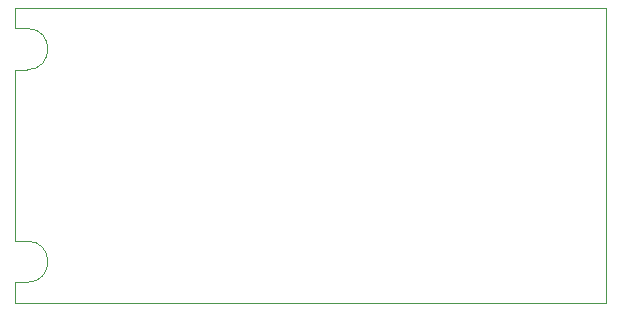
<source format=gm1>
G04 #@! TF.GenerationSoftware,KiCad,Pcbnew,(5.1.2)-1*
G04 #@! TF.CreationDate,2019-08-30T21:10:08+09:00*
G04 #@! TF.ProjectId,wii_controller,7769695f-636f-46e7-9472-6f6c6c65722e,rev?*
G04 #@! TF.SameCoordinates,PXdf378e0PY8bfaf60*
G04 #@! TF.FileFunction,Profile,NP*
%FSLAX46Y46*%
G04 Gerber Fmt 4.6, Leading zero omitted, Abs format (unit mm)*
G04 Created by KiCad (PCBNEW (5.1.2)-1) date 2019-08-30 21:10:08*
%MOMM*%
%LPD*%
G04 APERTURE LIST*
%ADD10C,0.050000*%
%ADD11C,0.100000*%
G04 APERTURE END LIST*
D10*
X-6000000Y10750000D02*
X-6000000Y12500000D01*
X-5000000Y10750000D02*
X-6000000Y10750000D01*
X-6000000Y7250000D02*
X-5000000Y7250000D01*
X-6000000Y-7250000D02*
X-6000000Y7250000D01*
X-5000000Y-7250000D02*
X-6000000Y-7250000D01*
X-6000000Y-10750000D02*
X-5000000Y-10750000D01*
X-6000000Y-12500000D02*
X-6000000Y-10750000D01*
X-5000000Y-7250000D02*
G75*
G02X-5000000Y-10750000I0J-1750000D01*
G01*
X-5000000Y10750000D02*
G75*
G02X-5000000Y7250000I0J-1750000D01*
G01*
D11*
X44000000Y12500000D02*
X44000000Y-12500000D01*
X-6000000Y12500000D02*
X44000000Y12500000D01*
X44000000Y-12500000D02*
X-6000000Y-12500000D01*
M02*

</source>
